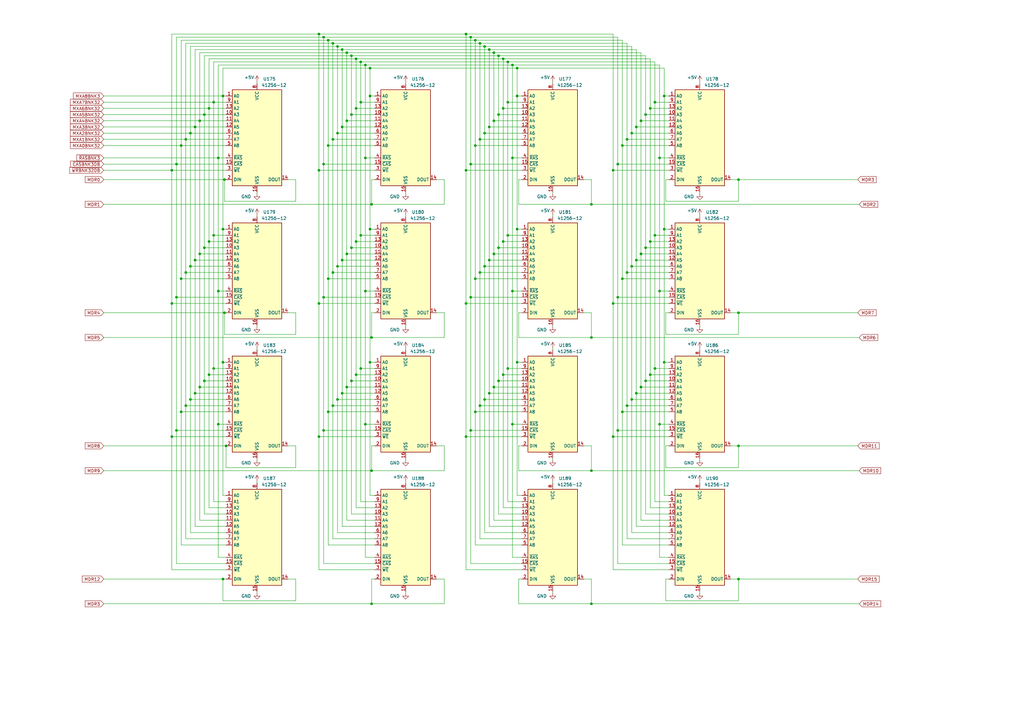
<source format=kicad_sch>
(kicad_sch (version 20211123) (generator eeschema)
  (paper "A3")
  (lib_symbols
    (symbol "power:+5V" (power) (pin_names (offset 0))
      (property "Value" "+5V" (at 0 3.556 0))
      (symbol "+5V_0_1"
        (polyline (pts (xy -0.762 1.27) (xy 0 2.54)))
        (polyline (pts (xy 0 0) (xy 0 2.54)))
        (polyline (pts (xy 0 2.54) (xy 0.762 1.27)))
      )
      (symbol "+5V_1_1"
        (pin power_in line (at 0 0 90) (length 0) hide (name "+5V") (number "1"))
      )
    )
    (symbol "power:GND" (power) (pin_names (offset 0))
      (property "Value" "GND" (at 0 -3.81 0))
      (symbol "GND_0_1"
        (polyline (pts (xy 0 0) (xy 0 -1.27) (xy 1.27 -1.27) (xy 0 -2.54) (xy -1.27 -1.27) (xy 0 -1.27)))
      )
      (symbol "GND_1_1"
        (pin power_in line (at 0 0 270) (length 0) hide (name "GND") (number "1"))
      )
    )
    (symbol "x37:41256"
      (property "Reference" "U" (at -10.16 26.035 0))
      (property "Value" "41256" (at 2.54 26.035 0))
      (symbol "41256_0_0"
        (pin power_in line (at 0 -16.51 90) (length 2.54) (name "VSS") (number "16"))
        (pin power_in line (at 0 27.94 270) (length 2.54) (name "VCC") (number "8"))
      )
      (symbol "41256_0_1"
        (rectangle (start -10.16 25.4) (end 10.16 -13.97) (stroke (width 0.254)) (fill (type background)))
      )
      (symbol "41256_1_1"
        (pin input line (at -12.7 22.86 0) (length 2.54) (name "A0") (number "1"))
        (pin input line (at -12.7 15.24 0) (length 2.54) (name "A3") (number "10"))
        (pin input line (at -12.7 12.7 0) (length 2.54) (name "A4") (number "11"))
        (pin input line (at -12.7 10.16 0) (length 2.54) (name "A5") (number "12"))
        (pin input line (at -12.7 17.78 0) (length 2.54) (name "A2") (number "13"))
        (pin tri_state line (at 12.7 -11.43 180) (length 2.54) (name "DOUT") (number "14"))
        (pin input line (at -12.7 -5.08 0) (length 2.54) (name "~{CAS}") (number "15"))
        (pin tri_state line (at -12.7 -11.43 0) (length 2.54) (name "DIN") (number "2"))
        (pin input line (at -12.7 -7.62 0) (length 2.54) (name "~{WE}") (number "3"))
        (pin input line (at -12.7 -2.54 0) (length 2.54) (name "~{RAS}") (number "4"))
        (pin input line (at -12.7 2.54 0) (length 2.54) (name "A8") (number "5"))
        (pin input line (at -12.7 7.62 0) (length 2.54) (name "A6") (number "6"))
        (pin input line (at -12.7 5.08 0) (length 2.54) (name "A7") (number "7"))
        (pin input line (at -12.7 20.32 0) (length 2.54) (name "A1") (number "9"))
      )
    )
  )
  (junction (at 147.955 151.13))
  (junction (at 191.135 124.46))
  (junction (at 151.765 27.94))
  (junction (at 202.565 21.59))
  (junction (at 130.81 124.46))
  (junction (at 194.945 168.91))
  (junction (at 70.485 69.85))
  (junction (at 251.46 179.07))
  (junction (at 134.62 168.91))
  (junction (at 89.535 173.99))
  (junction (at 200.66 106.68))
  (junction (at 151.765 93.98))
  (junction (at 144.145 156.21))
  (junction (at 83.82 156.21))
  (junction (at 78.105 109.22))
  (junction (at 253.365 176.53))
  (junction (at 193.04 67.31))
  (junction (at 260.985 106.68))
  (junction (at 146.05 153.67))
  (junction (at 130.81 179.07))
  (junction (at 136.525 57.15))
  (junction (at 147.955 96.52))
  (junction (at 146.05 99.06))
  (junction (at 193.04 15.24))
  (junction (at 74.295 59.69))
  (junction (at 85.725 44.45))
  (junction (at 72.39 67.31))
  (junction (at 262.89 49.53))
  (junction (at 87.63 151.13))
  (junction (at 212.09 148.59))
  (junction (at 264.795 46.99))
  (junction (at 134.62 114.3))
  (junction (at 259.08 54.61))
  (junction (at 146.05 24.13))
  (junction (at 270.51 173.99))
  (junction (at 130.81 69.85))
  (junction (at 191.135 69.85))
  (junction (at 92.71 182.88))
  (junction (at 208.28 41.91))
  (junction (at 270.51 64.77))
  (junction (at 91.44 148.59))
  (junction (at 210.185 26.67))
  (junction (at 206.375 153.67))
  (junction (at 70.485 124.46))
  (junction (at 87.63 96.52))
  (junction (at 144.145 101.6))
  (junction (at 138.43 54.61))
  (junction (at 266.7 99.06))
  (junction (at 200.66 52.07))
  (junction (at 76.2 57.15))
  (junction (at 202.565 158.75))
  (junction (at 76.2 111.76))
  (junction (at 72.39 121.92))
  (junction (at 194.945 114.3))
  (junction (at 149.86 26.67))
  (junction (at 266.7 44.45))
  (junction (at 259.08 163.83))
  (junction (at 242.57 247.65))
  (junction (at 253.365 121.92))
  (junction (at 196.85 57.15))
  (junction (at 208.28 151.13))
  (junction (at 206.375 44.45))
  (junction (at 257.175 111.76))
  (junction (at 200.66 161.29))
  (junction (at 76.2 166.37))
  (junction (at 212.09 39.37))
  (junction (at 208.28 96.52))
  (junction (at 262.89 104.14))
  (junction (at 242.57 138.43))
  (junction (at 262.89 158.75))
  (junction (at 204.47 156.21))
  (junction (at 194.945 59.69))
  (junction (at 204.47 101.6))
  (junction (at 151.765 39.37))
  (junction (at 85.725 99.06))
  (junction (at 91.44 93.98))
  (junction (at 70.485 179.07))
  (junction (at 198.755 19.05))
  (junction (at 81.915 158.75))
  (junction (at 302.895 128.27))
  (junction (at 138.43 109.22))
  (junction (at 149.86 119.38))
  (junction (at 200.66 20.32))
  (junction (at 142.24 104.14))
  (junction (at 212.09 93.98))
  (junction (at 136.525 111.76))
  (junction (at 204.47 22.86))
  (junction (at 142.24 49.53))
  (junction (at 78.105 163.83))
  (junction (at 204.47 46.99))
  (junction (at 140.335 106.68))
  (junction (at 272.415 93.98))
  (junction (at 132.715 176.53))
  (junction (at 264.795 156.21))
  (junction (at 80.01 106.68))
  (junction (at 196.85 166.37))
  (junction (at 138.43 163.83))
  (junction (at 80.01 161.29))
  (junction (at 140.335 20.32))
  (junction (at 196.85 111.76))
  (junction (at 134.62 59.69))
  (junction (at 210.185 173.99))
  (junction (at 242.57 83.82))
  (junction (at 132.715 67.31))
  (junction (at 81.915 49.53))
  (junction (at 74.295 168.91))
  (junction (at 198.755 163.83))
  (junction (at 251.46 69.85))
  (junction (at 130.81 13.97))
  (junction (at 194.945 16.51))
  (junction (at 259.08 109.22))
  (junction (at 264.795 101.6))
  (junction (at 149.86 64.77))
  (junction (at 202.565 49.53))
  (junction (at 147.955 25.4))
  (junction (at 81.915 104.14))
  (junction (at 191.135 13.97))
  (junction (at 144.145 46.99))
  (junction (at 132.715 15.24))
  (junction (at 206.375 99.06))
  (junction (at 152.4 138.43))
  (junction (at 196.85 17.78))
  (junction (at 257.175 57.15))
  (junction (at 198.755 109.22))
  (junction (at 253.365 67.31))
  (junction (at 255.27 114.3))
  (junction (at 92.075 128.27))
  (junction (at 208.28 25.4))
  (junction (at 83.82 46.99))
  (junction (at 152.4 83.82))
  (junction (at 302.895 182.88))
  (junction (at 260.985 52.07))
  (junction (at 191.135 179.07))
  (junction (at 206.375 24.13))
  (junction (at 140.335 52.07))
  (junction (at 136.525 166.37))
  (junction (at 266.7 153.67))
  (junction (at 193.04 121.92))
  (junction (at 255.27 168.91))
  (junction (at 85.725 153.67))
  (junction (at 257.175 166.37))
  (junction (at 202.565 104.14))
  (junction (at 132.715 121.92))
  (junction (at 251.46 124.46))
  (junction (at 272.415 148.59))
  (junction (at 89.535 119.38))
  (junction (at 146.05 44.45))
  (junction (at 260.985 161.29))
  (junction (at 255.27 59.69))
  (junction (at 134.62 16.51))
  (junction (at 210.185 119.38))
  (junction (at 78.105 54.61))
  (junction (at 74.295 114.3))
  (junction (at 92.075 73.66))
  (junction (at 136.525 17.78))
  (junction (at 210.185 64.77))
  (junction (at 268.605 151.13))
  (junction (at 138.43 19.05))
  (junction (at 302.895 237.49))
  (junction (at 272.415 39.37))
  (junction (at 147.955 41.91))
  (junction (at 80.01 52.07))
  (junction (at 268.605 96.52))
  (junction (at 212.09 27.94))
  (junction (at 151.765 148.59))
  (junction (at 140.335 161.29))
  (junction (at 91.44 237.49))
  (junction (at 144.145 22.86))
  (junction (at 142.24 158.75))
  (junction (at 83.82 101.6))
  (junction (at 142.24 21.59))
  (junction (at 152.4 247.65))
  (junction (at 270.51 119.38))
  (junction (at 193.04 176.53))
  (junction (at 91.44 39.37))
  (junction (at 87.63 41.91))
  (junction (at 198.755 54.61))
  (junction (at 152.4 193.04))
  (junction (at 302.895 73.66))
  (junction (at 89.535 64.77))
  (junction (at 149.86 173.99))
  (junction (at 242.57 193.04))
  (junction (at 72.39 176.53))
  (junction (at 268.605 41.91))
  (wire (pts (xy 91.44 148.59) (xy 92.71 148.59)))
  (wire (pts (xy 212.725 247.65) (xy 242.57 247.65)))
  (wire (pts (xy 140.335 52.07) (xy 140.335 106.68)))
  (wire (pts (xy 153.67 67.31) (xy 132.715 67.31)))
  (wire (pts (xy 204.47 46.99) (xy 204.47 101.6)))
  (wire (pts (xy 266.7 153.67) (xy 266.7 208.28)))
  (wire (pts (xy 242.57 128.27) (xy 239.395 128.27)))
  (wire (pts (xy 70.485 179.07) (xy 70.485 124.46)))
  (wire (pts (xy 204.47 156.21) (xy 204.47 210.82)))
  (wire (pts (xy 274.32 228.6) (xy 270.51 228.6)))
  (wire (pts (xy 200.66 161.29) (xy 200.66 215.9)))
  (wire (pts (xy 193.04 67.31) (xy 193.04 15.24)))
  (wire (pts (xy 226.695 33.655) (xy 226.695 34.29)))
  (wire (pts (xy 268.605 151.13) (xy 268.605 205.74)))
  (wire (pts (xy 260.985 106.68) (xy 260.985 161.29)))
  (wire (pts (xy 147.955 151.13) (xy 153.67 151.13)))
  (wire (pts (xy 206.375 24.13) (xy 266.7 24.13)))
  (wire (pts (xy 105.41 33.655) (xy 105.41 34.29)))
  (wire (pts (xy 105.41 142.875) (xy 105.41 143.51)))
  (wire (pts (xy 182.245 182.88) (xy 182.245 193.04)))
  (wire (pts (xy 253.365 67.31) (xy 253.365 121.92)))
  (wire (pts (xy 194.945 16.51) (xy 255.27 16.51)))
  (wire (pts (xy 213.995 64.77) (xy 210.185 64.77)))
  (wire (pts (xy 200.66 161.29) (xy 213.995 161.29)))
  (wire (pts (xy 91.44 27.94) (xy 151.765 27.94)))
  (wire (pts (xy 212.725 193.04) (xy 242.57 193.04)))
  (wire (pts (xy 302.895 73.66) (xy 299.72 73.66)))
  (wire (pts (xy 204.47 101.6) (xy 213.995 101.6)))
  (wire (pts (xy 166.37 33.655) (xy 166.37 34.29)))
  (wire (pts (xy 274.32 39.37) (xy 272.415 39.37)))
  (wire (pts (xy 210.185 119.38) (xy 210.185 173.99)))
  (wire (pts (xy 121.285 191.77) (xy 121.285 182.88)))
  (wire (pts (xy 91.44 93.98) (xy 91.44 148.59)))
  (wire (pts (xy 72.39 67.31) (xy 72.39 15.24)))
  (wire (pts (xy 78.105 218.44) (xy 92.71 218.44)))
  (wire (pts (xy 151.765 148.59) (xy 151.765 203.2)))
  (wire (pts (xy 274.32 153.67) (xy 266.7 153.67)))
  (wire (pts (xy 121.285 182.88) (xy 118.11 182.88)))
  (wire (pts (xy 266.7 99.06) (xy 266.7 153.67)))
  (wire (pts (xy 153.67 231.14) (xy 132.715 231.14)))
  (wire (pts (xy 274.32 109.22) (xy 259.08 109.22)))
  (wire (pts (xy 85.725 153.67) (xy 85.725 208.28)))
  (wire (pts (xy 153.67 44.45) (xy 146.05 44.45)))
  (wire (pts (xy 268.605 41.91) (xy 268.605 96.52)))
  (wire (pts (xy 270.51 64.77) (xy 270.51 26.67)))
  (wire (pts (xy 105.41 78.74) (xy 105.41 79.375)))
  (wire (pts (xy 193.04 67.31) (xy 193.04 121.92)))
  (wire (pts (xy 91.44 246.38) (xy 121.285 246.38)))
  (wire (pts (xy 260.985 161.29) (xy 274.32 161.29)))
  (wire (pts (xy 226.695 187.96) (xy 226.695 188.595)))
  (wire (pts (xy 92.075 128.27) (xy 92.71 128.27)))
  (wire (pts (xy 70.485 233.68) (xy 92.71 233.68)))
  (wire (pts (xy 287.02 187.96) (xy 287.02 188.595)))
  (wire (pts (xy 153.67 237.49) (xy 152.4 237.49)))
  (wire (pts (xy 166.37 142.875) (xy 166.37 143.51)))
  (wire (pts (xy 140.335 161.29) (xy 140.335 215.9)))
  (wire (pts (xy 255.27 168.91) (xy 255.27 223.52)))
  (wire (pts (xy 72.39 231.14) (xy 92.71 231.14)))
  (wire (pts (xy 212.09 39.37) (xy 212.09 27.94)))
  (wire (pts (xy 212.09 93.98) (xy 212.09 148.59)))
  (wire (pts (xy 274.32 114.3) (xy 255.27 114.3)))
  (wire (pts (xy 136.525 17.78) (xy 196.85 17.78)))
  (wire (pts (xy 138.43 109.22) (xy 138.43 163.83)))
  (wire (pts (xy 76.2 220.98) (xy 92.71 220.98)))
  (wire (pts (xy 92.71 182.88) (xy 92.71 191.77)))
  (wire (pts (xy 72.39 121.92) (xy 72.39 176.53)))
  (wire (pts (xy 274.32 182.88) (xy 273.05 182.88)))
  (wire (pts (xy 264.795 156.21) (xy 274.32 156.21)))
  (wire (pts (xy 204.47 22.86) (xy 264.795 22.86)))
  (wire (pts (xy 130.81 179.07) (xy 153.67 179.07)))
  (wire (pts (xy 146.05 44.45) (xy 146.05 99.06)))
  (wire (pts (xy 153.67 121.92) (xy 132.715 121.92)))
  (wire (pts (xy 255.27 59.69) (xy 255.27 16.51)))
  (wire (pts (xy 74.295 114.3) (xy 92.71 114.3)))
  (wire (pts (xy 78.105 54.61) (xy 78.105 19.05)))
  (wire (pts (xy 202.565 21.59) (xy 262.89 21.59)))
  (wire (pts (xy 81.915 213.36) (xy 92.71 213.36)))
  (wire (pts (xy 121.285 237.49) (xy 118.11 237.49)))
  (wire (pts (xy 274.32 218.44) (xy 259.08 218.44)))
  (wire (pts (xy 92.075 137.16) (xy 121.285 137.16)))
  (wire (pts (xy 136.525 17.78) (xy 136.525 57.15)))
  (wire (pts (xy 287.02 197.485) (xy 287.02 198.12)))
  (wire (pts (xy 74.295 168.91) (xy 74.295 223.52)))
  (wire (pts (xy 273.05 128.27) (xy 273.05 137.16)))
  (wire (pts (xy 213.995 128.27) (xy 212.725 128.27)))
  (wire (pts (xy 153.67 119.38) (xy 149.86 119.38)))
  (wire (pts (xy 352.425 83.82) (xy 242.57 83.82)))
  (wire (pts (xy 144.145 210.82) (xy 153.67 210.82)))
  (wire (pts (xy 202.565 49.53) (xy 202.565 104.14)))
  (wire (pts (xy 70.485 69.85) (xy 92.71 69.85)))
  (wire (pts (xy 153.67 104.14) (xy 142.24 104.14)))
  (wire (pts (xy 212.725 73.66) (xy 212.725 83.82)))
  (wire (pts (xy 136.525 57.15) (xy 153.67 57.15)))
  (wire (pts (xy 83.82 46.99) (xy 83.82 101.6)))
  (wire (pts (xy 74.295 223.52) (xy 92.71 223.52)))
  (wire (pts (xy 121.285 82.55) (xy 121.285 73.66)))
  (wire (pts (xy 191.135 124.46) (xy 213.995 124.46)))
  (wire (pts (xy 152.4 83.82) (xy 182.245 83.82)))
  (wire (pts (xy 153.67 182.88) (xy 152.4 182.88)))
  (wire (pts (xy 80.01 20.32) (xy 140.335 20.32)))
  (wire (pts (xy 182.245 182.88) (xy 179.07 182.88)))
  (wire (pts (xy 213.995 54.61) (xy 198.755 54.61)))
  (wire (pts (xy 42.545 41.91) (xy 87.63 41.91)))
  (wire (pts (xy 144.145 156.21) (xy 153.67 156.21)))
  (wire (pts (xy 212.09 148.59) (xy 212.09 203.2)))
  (wire (pts (xy 80.01 161.29) (xy 92.71 161.29)))
  (wire (pts (xy 89.535 173.99) (xy 89.535 228.6)))
  (wire (pts (xy 200.66 52.07) (xy 213.995 52.07)))
  (wire (pts (xy 142.24 49.53) (xy 142.24 21.59)))
  (wire (pts (xy 351.79 73.66) (xy 302.895 73.66)))
  (wire (pts (xy 194.945 59.69) (xy 194.945 16.51)))
  (wire (pts (xy 268.605 25.4) (xy 268.605 41.91)))
  (wire (pts (xy 262.89 104.14) (xy 262.89 158.75)))
  (wire (pts (xy 251.46 13.97) (xy 251.46 69.85)))
  (wire (pts (xy 138.43 54.61) (xy 138.43 109.22)))
  (wire (pts (xy 253.365 121.92) (xy 253.365 176.53)))
  (wire (pts (xy 83.82 210.82) (xy 92.71 210.82)))
  (wire (pts (xy 274.32 64.77) (xy 270.51 64.77)))
  (wire (pts (xy 259.08 109.22) (xy 259.08 163.83)))
  (wire (pts (xy 153.67 39.37) (xy 151.765 39.37)))
  (wire (pts (xy 255.27 114.3) (xy 255.27 168.91)))
  (wire (pts (xy 287.02 242.57) (xy 287.02 243.205)))
  (wire (pts (xy 206.375 44.45) (xy 206.375 99.06)))
  (wire (pts (xy 153.67 208.28) (xy 146.05 208.28)))
  (wire (pts (xy 153.67 73.66) (xy 152.4 73.66)))
  (wire (pts (xy 196.85 111.76) (xy 213.995 111.76)))
  (wire (pts (xy 76.2 17.78) (xy 136.525 17.78)))
  (wire (pts (xy 130.81 233.68) (xy 153.67 233.68)))
  (wire (pts (xy 213.995 218.44) (xy 198.755 218.44)))
  (wire (pts (xy 92.71 191.77) (xy 121.285 191.77)))
  (wire (pts (xy 266.7 44.45) (xy 266.7 99.06)))
  (wire (pts (xy 72.39 176.53) (xy 92.71 176.53)))
  (wire (pts (xy 153.67 203.2) (xy 151.765 203.2)))
  (wire (pts (xy 81.915 49.53) (xy 81.915 104.14)))
  (wire (pts (xy 257.175 111.76) (xy 274.32 111.76)))
  (wire (pts (xy 196.85 111.76) (xy 196.85 166.37)))
  (wire (pts (xy 260.985 106.68) (xy 274.32 106.68)))
  (wire (pts (xy 87.63 41.91) (xy 92.71 41.91)))
  (wire (pts (xy 85.725 24.13) (xy 85.725 44.45)))
  (wire (pts (xy 273.05 191.77) (xy 302.895 191.77)))
  (wire (pts (xy 74.295 59.69) (xy 74.295 114.3)))
  (wire (pts (xy 208.28 151.13) (xy 213.995 151.13)))
  (wire (pts (xy 257.175 111.76) (xy 257.175 166.37)))
  (wire (pts (xy 83.82 156.21) (xy 83.82 210.82)))
  (wire (pts (xy 196.85 220.98) (xy 213.995 220.98)))
  (wire (pts (xy 242.57 73.66) (xy 239.395 73.66)))
  (wire (pts (xy 213.995 228.6) (xy 210.185 228.6)))
  (wire (pts (xy 242.57 182.88) (xy 242.57 193.04)))
  (wire (pts (xy 352.425 138.43) (xy 242.57 138.43)))
  (wire (pts (xy 130.81 69.85) (xy 153.67 69.85)))
  (wire (pts (xy 200.66 106.68) (xy 200.66 161.29)))
  (wire (pts (xy 42.545 59.69) (xy 74.295 59.69)))
  (wire (pts (xy 302.895 137.16) (xy 302.895 128.27)))
  (wire (pts (xy 202.565 104.14) (xy 202.565 158.75)))
  (wire (pts (xy 80.01 106.68) (xy 92.71 106.68)))
  (wire (pts (xy 251.46 69.85) (xy 251.46 124.46)))
  (wire (pts (xy 206.375 44.45) (xy 206.375 24.13)))
  (wire (pts (xy 274.32 213.36) (xy 262.89 213.36)))
  (wire (pts (xy 80.01 106.68) (xy 80.01 161.29)))
  (wire (pts (xy 121.285 246.38) (xy 121.285 237.49)))
  (wire (pts (xy 42.545 67.31) (xy 72.39 67.31)))
  (wire (pts (xy 213.995 148.59) (xy 212.09 148.59)))
  (wire (pts (xy 268.605 151.13) (xy 274.32 151.13)))
  (wire (pts (xy 147.955 151.13) (xy 147.955 205.74)))
  (wire (pts (xy 182.245 73.66) (xy 182.245 83.82)))
  (wire (pts (xy 302.895 128.27) (xy 299.72 128.27)))
  (wire (pts (xy 92.075 82.55) (xy 121.285 82.55)))
  (wire (pts (xy 70.485 124.46) (xy 70.485 69.85)))
  (wire (pts (xy 251.46 233.68) (xy 274.32 233.68)))
  (wire (pts (xy 191.135 233.68) (xy 213.995 233.68)))
  (wire (pts (xy 302.895 246.38) (xy 302.895 237.49)))
  (wire (pts (xy 272.415 148.59) (xy 272.415 203.2)))
  (wire (pts (xy 153.67 176.53) (xy 132.715 176.53)))
  (wire (pts (xy 213.995 158.75) (xy 202.565 158.75)))
  (wire (pts (xy 274.32 231.14) (xy 253.365 231.14)))
  (wire (pts (xy 80.01 161.29) (xy 80.01 215.9)))
  (wire (pts (xy 78.105 163.83) (xy 92.71 163.83)))
  (wire (pts (xy 251.46 179.07) (xy 274.32 179.07)))
  (wire (pts (xy 92.075 73.66) (xy 92.075 82.55)))
  (wire (pts (xy 142.24 104.14) (xy 142.24 158.75)))
  (wire (pts (xy 257.175 166.37) (xy 257.175 220.98)))
  (wire (pts (xy 270.51 173.99) (xy 270.51 228.6)))
  (wire (pts (xy 153.67 114.3) (xy 134.62 114.3)))
  (wire (pts (xy 274.32 119.38) (xy 270.51 119.38)))
  (wire (pts (xy 274.32 128.27) (xy 273.05 128.27)))
  (wire (pts (xy 136.525 166.37) (xy 136.525 220.98)))
  (wire (pts (xy 264.795 22.86) (xy 264.795 46.99)))
  (wire (pts (xy 191.135 69.85) (xy 191.135 124.46)))
  (wire (pts (xy 85.725 208.28) (xy 92.71 208.28)))
  (wire (pts (xy 85.725 44.45) (xy 92.71 44.45)))
  (wire (pts (xy 206.375 153.67) (xy 206.375 208.28)))
  (wire (pts (xy 287.02 33.655) (xy 287.02 34.29)))
  (wire (pts (xy 208.28 25.4) (xy 268.605 25.4)))
  (wire (pts (xy 91.44 93.98) (xy 92.71 93.98)))
  (wire (pts (xy 287.02 78.74) (xy 287.02 79.375)))
  (wire (pts (xy 153.67 218.44) (xy 138.43 218.44)))
  (wire (pts (xy 87.63 151.13) (xy 87.63 205.74)))
  (wire (pts (xy 42.545 64.77) (xy 89.535 64.77)))
  (wire (pts (xy 136.525 57.15) (xy 136.525 111.76)))
  (wire (pts (xy 87.63 151.13) (xy 92.71 151.13)))
  (wire (pts (xy 274.32 148.59) (xy 272.415 148.59)))
  (wire (pts (xy 42.545 73.66) (xy 92.075 73.66)))
  (wire (pts (xy 130.81 13.97) (xy 130.81 69.85)))
  (wire (pts (xy 105.41 242.57) (xy 105.41 243.205)))
  (wire (pts (xy 226.695 133.35) (xy 226.695 133.985)))
  (wire (pts (xy 89.535 173.99) (xy 92.71 173.99)))
  (wire (pts (xy 76.2 57.15) (xy 76.2 111.76)))
  (wire (pts (xy 212.09 39.37) (xy 212.09 93.98)))
  (wire (pts (xy 273.05 246.38) (xy 302.895 246.38)))
  (wire (pts (xy 132.715 176.53) (xy 132.715 231.14)))
  (wire (pts (xy 152.4 138.43) (xy 182.245 138.43)))
  (wire (pts (xy 208.28 41.91) (xy 213.995 41.91)))
  (wire (pts (xy 270.51 119.38) (xy 270.51 173.99)))
  (wire (pts (xy 121.285 73.66) (xy 118.11 73.66)))
  (wire (pts (xy 255.27 59.69) (xy 255.27 114.3)))
  (wire (pts (xy 259.08 19.05) (xy 198.755 19.05)))
  (wire (pts (xy 196.85 166.37) (xy 213.995 166.37)))
  (wire (pts (xy 274.32 237.49) (xy 273.05 237.49)))
  (wire (pts (xy 76.2 17.78) (xy 76.2 57.15)))
  (wire (pts (xy 251.46 69.85) (xy 274.32 69.85)))
  (wire (pts (xy 302.895 182.88) (xy 299.72 182.88)))
  (wire (pts (xy 191.135 124.46) (xy 191.135 179.07)))
  (wire (pts (xy 153.67 153.67) (xy 146.05 153.67)))
  (wire (pts (xy 194.945 114.3) (xy 194.945 168.91)))
  (wire (pts (xy 152.4 193.04) (xy 182.245 193.04)))
  (wire (pts (xy 272.415 39.37) (xy 272.415 93.98)))
  (wire (pts (xy 274.32 93.98) (xy 272.415 93.98)))
  (wire (pts (xy 242.57 237.49) (xy 242.57 247.65)))
  (wire (pts (xy 92.075 73.66) (xy 92.71 73.66)))
  (wire (pts (xy 151.765 39.37) (xy 151.765 93.98)))
  (wire (pts (xy 274.32 208.28) (xy 266.7 208.28)))
  (wire (pts (xy 253.365 67.31) (xy 253.365 15.24)))
  (wire (pts (xy 153.67 173.99) (xy 149.86 173.99)))
  (wire (pts (xy 147.955 96.52) (xy 147.955 151.13)))
  (wire (pts (xy 259.08 54.61) (xy 259.08 109.22)))
  (wire (pts (xy 132.715 67.31) (xy 132.715 15.24)))
  (wire (pts (xy 85.725 99.06) (xy 85.725 153.67)))
  (wire (pts (xy 208.28 96.52) (xy 213.995 96.52)))
  (wire (pts (xy 212.725 138.43) (xy 242.57 138.43)))
  (wire (pts (xy 144.145 22.86) (xy 204.47 22.86)))
  (wire (pts (xy 147.955 41.91) (xy 153.67 41.91)))
  (wire (pts (xy 200.66 52.07) (xy 200.66 106.68)))
  (wire (pts (xy 351.79 128.27) (xy 302.895 128.27)))
  (wire (pts (xy 153.67 99.06) (xy 146.05 99.06)))
  (wire (pts (xy 242.57 237.49) (xy 239.395 237.49)))
  (wire (pts (xy 262.89 21.59) (xy 262.89 49.53)))
  (wire (pts (xy 153.67 128.27) (xy 152.4 128.27)))
  (wire (pts (xy 42.545 69.85) (xy 70.485 69.85)))
  (wire (pts (xy 130.81 124.46) (xy 153.67 124.46)))
  (wire (pts (xy 70.485 124.46) (xy 92.71 124.46)))
  (wire (pts (xy 196.85 57.15) (xy 213.995 57.15)))
  (wire (pts (xy 273.05 237.49) (xy 273.05 246.38)))
  (wire (pts (xy 87.63 41.91) (xy 87.63 25.4)))
  (wire (pts (xy 213.995 49.53) (xy 202.565 49.53)))
  (wire (pts (xy 153.67 158.75) (xy 142.24 158.75)))
  (wire (pts (xy 274.32 73.66) (xy 273.05 73.66)))
  (wire (pts (xy 287.02 142.875) (xy 287.02 143.51)))
  (wire (pts (xy 182.245 128.27) (xy 182.245 138.43)))
  (wire (pts (xy 83.82 22.86) (xy 144.145 22.86)))
  (wire (pts (xy 191.135 69.85) (xy 213.995 69.85)))
  (wire (pts (xy 91.44 237.49) (xy 91.44 246.38)))
  (wire (pts (xy 140.335 161.29) (xy 153.67 161.29)))
  (wire (pts (xy 83.82 156.21) (xy 92.71 156.21)))
  (wire (pts (xy 153.67 163.83) (xy 138.43 163.83)))
  (wire (pts (xy 287.02 88.265) (xy 287.02 88.9)))
  (wire (pts (xy 89.535 26.67) (xy 89.535 64.77)))
  (wire (pts (xy 264.795 46.99) (xy 264.795 101.6)))
  (wire (pts (xy 76.2 166.37) (xy 92.71 166.37)))
  (wire (pts (xy 198.755 54.61) (xy 198.755 109.22)))
  (wire (pts (xy 212.725 83.82) (xy 242.57 83.82)))
  (wire (pts (xy 166.37 133.35) (xy 166.37 133.985)))
  (wire (pts (xy 274.32 44.45) (xy 266.7 44.45)))
  (wire (pts (xy 81.915 158.75) (xy 92.71 158.75)))
  (wire (pts (xy 146.05 24.13) (xy 206.375 24.13)))
  (wire (pts (xy 255.27 59.69) (xy 274.32 59.69)))
  (wire (pts (xy 257.175 57.15) (xy 274.32 57.15)))
  (wire (pts (xy 196.85 17.78) (xy 257.175 17.78)))
  (wire (pts (xy 213.995 168.91) (xy 194.945 168.91)))
  (wire (pts (xy 226.695 88.265) (xy 226.695 88.9)))
  (wire (pts (xy 200.66 215.9) (xy 213.995 215.9)))
  (wire (pts (xy 83.82 22.86) (xy 83.82 46.99)))
  (wire (pts (xy 213.995 114.3) (xy 194.945 114.3)))
  (wire (pts (xy 144.145 101.6) (xy 153.67 101.6)))
  (wire (pts (xy 140.335 215.9) (xy 153.67 215.9)))
  (wire (pts (xy 213.995 213.36) (xy 202.565 213.36)))
  (wire (pts (xy 136.525 220.98) (xy 153.67 220.98)))
  (wire (pts (xy 42.545 247.65) (xy 152.4 247.65)))
  (wire (pts (xy 147.955 25.4) (xy 147.955 41.91)))
  (wire (pts (xy 153.67 93.98) (xy 151.765 93.98)))
  (wire (pts (xy 242.57 182.88) (xy 239.395 182.88)))
  (wire (pts (xy 210.185 64.77) (xy 210.185 26.67)))
  (wire (pts (xy 274.32 168.91) (xy 255.27 168.91)))
  (wire (pts (xy 149.86 64.77) (xy 149.86 26.67)))
  (wire (pts (xy 257.175 220.98) (xy 274.32 220.98)))
  (wire (pts (xy 270.51 64.77) (xy 270.51 119.38)))
  (wire (pts (xy 81.915 104.14) (xy 81.915 158.75)))
  (wire (pts (xy 213.995 176.53) (xy 193.04 176.53)))
  (wire (pts (xy 83.82 101.6) (xy 92.71 101.6)))
  (wire (pts (xy 89.535 64.77) (xy 92.71 64.77)))
  (wire (pts (xy 147.955 96.52) (xy 153.67 96.52)))
  (wire (pts (xy 138.43 163.83) (xy 138.43 218.44)))
  (wire (pts (xy 105.41 88.265) (xy 105.41 88.9)))
  (wire (pts (xy 87.63 96.52) (xy 87.63 151.13)))
  (wire (pts (xy 302.895 191.77) (xy 302.895 182.88)))
  (wire (pts (xy 210.185 26.67) (xy 149.86 26.67)))
  (wire (pts (xy 259.08 163.83) (xy 259.08 218.44)))
  (wire (pts (xy 198.755 54.61) (xy 198.755 19.05)))
  (wire (pts (xy 273.05 137.16) (xy 302.895 137.16)))
  (wire (pts (xy 212.725 237.49) (xy 212.725 247.65)))
  (wire (pts (xy 144.145 101.6) (xy 144.145 156.21)))
  (wire (pts (xy 206.375 99.06) (xy 206.375 153.67)))
  (wire (pts (xy 147.955 41.91) (xy 147.955 96.52)))
  (wire (pts (xy 42.545 39.37) (xy 91.44 39.37)))
  (wire (pts (xy 42.545 44.45) (xy 85.725 44.45)))
  (wire (pts (xy 149.86 119.38) (xy 149.86 173.99)))
  (wire (pts (xy 136.525 111.76) (xy 153.67 111.76)))
  (wire (pts (xy 213.995 73.66) (xy 212.725 73.66)))
  (wire (pts (xy 200.66 106.68) (xy 213.995 106.68)))
  (wire (pts (xy 42.545 193.04) (xy 152.4 193.04)))
  (wire (pts (xy 272.415 93.98) (xy 272.415 148.59)))
  (wire (pts (xy 166.37 78.74) (xy 166.37 79.375)))
  (wire (pts (xy 153.67 59.69) (xy 134.62 59.69)))
  (wire (pts (xy 242.57 128.27) (xy 242.57 138.43)))
  (wire (pts (xy 200.66 20.32) (xy 200.66 52.07)))
  (wire (pts (xy 287.02 133.35) (xy 287.02 133.985)))
  (wire (pts (xy 76.2 111.76) (xy 76.2 166.37)))
  (wire (pts (xy 200.66 20.32) (xy 260.985 20.32)))
  (wire (pts (xy 166.37 197.485) (xy 166.37 198.12)))
  (wire (pts (xy 70.485 179.07) (xy 92.71 179.07)))
  (wire (pts (xy 105.41 133.35) (xy 105.41 133.985)))
  (wire (pts (xy 87.63 41.91) (xy 87.63 96.52)))
  (wire (pts (xy 76.2 166.37) (xy 76.2 220.98)))
  (wire (pts (xy 182.245 73.66) (xy 179.07 73.66)))
  (wire (pts (xy 140.335 20.32) (xy 140.335 52.07)))
  (wire (pts (xy 132.715 121.92) (xy 132.715 176.53)))
  (wire (pts (xy 208.28 25.4) (xy 208.28 41.91)))
  (wire (pts (xy 264.795 46.99) (xy 274.32 46.99)))
  (wire (pts (xy 140.335 106.68) (xy 153.67 106.68)))
  (wire (pts (xy 134.62 168.91) (xy 134.62 223.52)))
  (wire (pts (xy 72.39 67.31) (xy 92.71 67.31)))
  (wire (pts (xy 152.4 73.66) (xy 152.4 83.82)))
  (wire (pts (xy 251.46 124.46) (xy 274.32 124.46)))
  (wire (pts (xy 264.795 101.6) (xy 264.795 156.21)))
  (wire (pts (xy 257.175 17.78) (xy 257.175 57.15)))
  (wire (pts (xy 274.32 163.83) (xy 259.08 163.83)))
  (wire (pts (xy 193.04 15.24) (xy 253.365 15.24)))
  (wire (pts (xy 70.485 13.97) (xy 130.81 13.97)))
  (wire (pts (xy 152.4 247.65) (xy 182.245 247.65)))
  (wire (pts (xy 153.67 49.53) (xy 142.24 49.53)))
  (wire (pts (xy 264.795 156.21) (xy 264.795 210.82)))
  (wire (pts (xy 204.47 101.6) (xy 204.47 156.21)))
  (wire (pts (xy 204.47 46.99) (xy 213.995 46.99)))
  (wire (pts (xy 264.795 210.82) (xy 274.32 210.82)))
  (wire (pts (xy 80.01 215.9) (xy 92.71 215.9)))
  (wire (pts (xy 194.945 168.91) (xy 194.945 223.52)))
  (wire (pts (xy 80.01 20.32) (xy 80.01 52.07)))
  (wire (pts (xy 351.79 237.49) (xy 302.895 237.49)))
  (wire (pts (xy 76.2 57.15) (xy 92.71 57.15)))
  (wire (pts (xy 274.32 54.61) (xy 259.08 54.61)))
  (wire (pts (xy 87.63 205.74) (xy 92.71 205.74)))
  (wire (pts (xy 210.185 173.99) (xy 210.185 228.6)))
  (wire (pts (xy 212.09 27.94) (xy 272.415 27.94)))
  (wire (pts (xy 274.32 67.31) (xy 253.365 67.31)))
  (wire (pts (xy 274.32 176.53) (xy 253.365 176.53)))
  (wire (pts (xy 202.565 49.53) (xy 202.565 21.59)))
  (wire (pts (xy 76.2 111.76) (xy 92.71 111.76)))
  (wire (pts (xy 130.81 13.97) (xy 191.135 13.97)))
  (wire (pts (xy 92.075 128.27) (xy 92.075 137.16)))
  (wire (pts (xy 198.755 19.05) (xy 138.43 19.05)))
  (wire (pts (xy 257.175 166.37) (xy 274.32 166.37)))
  (wire (pts (xy 166.37 242.57) (xy 166.37 243.205)))
  (wire (pts (xy 213.995 67.31) (xy 193.04 67.31)))
  (wire (pts (xy 198.755 163.83) (xy 198.755 218.44)))
  (wire (pts (xy 89.535 64.77) (xy 89.535 119.38)))
  (wire (pts (xy 81.915 49.53) (xy 81.915 21.59)))
  (wire (pts (xy 144.145 156.21) (xy 144.145 210.82)))
  (wire (pts (xy 74.295 59.69) (xy 74.295 16.51)))
  (wire (pts (xy 83.82 101.6) (xy 83.82 156.21)))
  (wire (pts (xy 257.175 57.15) (xy 257.175 111.76)))
  (wire (pts (xy 134.62 114.3) (xy 134.62 168.91)))
  (wire (pts (xy 42.545 49.53) (xy 81.915 49.53)))
  (wire (pts (xy 134.62 16.51) (xy 194.945 16.51)))
  (wire (pts (xy 146.05 153.67) (xy 146.05 208.28)))
  (wire (pts (xy 274.32 104.14) (xy 262.89 104.14)))
  (wire (pts (xy 42.545 138.43) (xy 152.4 138.43)))
  (wire (pts (xy 42.545 54.61) (xy 78.105 54.61)))
  (wire (pts (xy 153.67 223.52) (xy 134.62 223.52)))
  (wire (pts (xy 202.565 158.75) (xy 202.565 213.36)))
  (wire (pts (xy 85.725 24.13) (xy 146.05 24.13)))
  (wire (pts (xy 151.765 39.37) (xy 151.765 27.94)))
  (wire (pts (xy 149.86 64.77) (xy 149.86 119.38)))
  (wire (pts (xy 274.32 223.52) (xy 255.27 223.52)))
  (wire (pts (xy 42.545 83.82) (xy 152.4 83.82)))
  (wire (pts (xy 208.28 41.91) (xy 208.28 96.52)))
  (wire (pts (xy 182.245 237.49) (xy 179.07 237.49)))
  (wire (pts (xy 210.185 64.77) (xy 210.185 119.38)))
  (wire (pts (xy 105.41 197.485) (xy 105.41 198.12)))
  (wire (pts (xy 138.43 54.61) (xy 138.43 19.05)))
  (wire (pts (xy 166.37 88.265) (xy 166.37 88.9)))
  (wire (pts (xy 213.995 182.88) (xy 212.725 182.88)))
  (wire (pts (xy 142.24 158.75) (xy 142.24 213.36)))
  (wire (pts (xy 78.105 109.22) (xy 92.71 109.22)))
  (wire (pts (xy 147.955 205.74) (xy 153.67 205.74)))
  (wire (pts (xy 268.605 41.91) (xy 274.32 41.91)))
  (wire (pts (xy 70.485 233.68) (xy 70.485 179.07)))
  (wire (pts (xy 260.985 52.07) (xy 274.32 52.07)))
  (wire (pts (xy 72.39 67.31) (xy 72.39 121.92)))
  (wire (pts (xy 121.285 128.27) (xy 118.11 128.27)))
  (wire (pts (xy 213.995 93.98) (xy 212.09 93.98)))
  (wire (pts (xy 87.63 25.4) (xy 147.955 25.4)))
  (wire (pts (xy 226.695 142.875) (xy 226.695 143.51)))
  (wire (pts (xy 85.725 99.06) (xy 92.71 99.06)))
  (wire (pts (xy 121.285 137.16) (xy 121.285 128.27)))
  (wire (pts (xy 70.485 13.97) (xy 70.485 69.85)))
  (wire (pts (xy 182.245 128.27) (xy 179.07 128.27)))
  (wire (pts (xy 213.995 99.06) (xy 206.375 99.06)))
  (wire (pts (xy 78.105 54.61) (xy 78.105 109.22)))
  (wire (pts (xy 208.28 151.13) (xy 208.28 205.74)))
  (wire (pts (xy 87.63 96.52) (xy 92.71 96.52)))
  (wire (pts (xy 262.89 158.75) (xy 262.89 213.36)))
  (wire (pts (xy 226.695 242.57) (xy 226.695 243.205)))
  (wire (pts (xy 91.44 39.37) (xy 91.44 27.94)))
  (wire (pts (xy 273.05 182.88) (xy 273.05 191.77)))
  (wire (pts (xy 260.985 52.07) (xy 260.985 106.68)))
  (wire (pts (xy 80.01 52.07) (xy 92.71 52.07)))
  (wire (pts (xy 274.32 173.99) (xy 270.51 173.99)))
  (wire (pts (xy 226.695 197.485) (xy 226.695 198.12)))
  (wire (pts (xy 204.47 210.82) (xy 213.995 210.82)))
  (wire (pts (xy 146.05 44.45) (xy 146.05 24.13)))
  (wire (pts (xy 213.995 223.52) (xy 194.945 223.52)))
  (wire (pts (xy 130.81 124.46) (xy 130.81 179.07)))
  (wire (pts (xy 80.01 52.07) (xy 80.01 106.68)))
  (wire (pts (xy 259.08 54.61) (xy 259.08 19.05)))
  (wire (pts (xy 213.995 237.49) (xy 212.725 237.49)))
  (wire (pts (xy 193.04 176.53) (xy 193.04 231.14)))
  (wire (pts (xy 274.32 158.75) (xy 262.89 158.75)))
  (wire (pts (xy 78.105 54.61) (xy 92.71 54.61)))
  (wire (pts (xy 166.37 187.96) (xy 166.37 188.595)))
  (wire (pts (xy 213.995 104.14) (xy 202.565 104.14)))
  (wire (pts (xy 81.915 104.14) (xy 92.71 104.14)))
  (wire (pts (xy 142.24 21.59) (xy 202.565 21.59)))
  (wire (pts (xy 352.425 247.65) (xy 242.57 247.65)))
  (wire (pts (xy 213.995 163.83) (xy 198.755 163.83)))
  (wire (pts (xy 146.05 99.06) (xy 146.05 153.67)))
  (wire (pts (xy 251.46 124.46) (xy 251.46 179.07)))
  (wire (pts (xy 42.545 46.99) (xy 83.82 46.99)))
  (wire (pts (xy 74.295 114.3) (xy 74.295 168.91)))
  (wire (pts (xy 152.4 182.88) (xy 152.4 193.04)))
  (wire (pts (xy 352.425 193.04) (xy 242.57 193.04)))
  (wire (pts (xy 42.545 128.27) (xy 92.075 128.27)))
  (wire (pts (xy 196.85 17.78) (xy 196.85 57.15)))
  (wire (pts (xy 147.955 25.4) (xy 208.28 25.4)))
  (wire (pts (xy 105.41 187.96) (xy 105.41 188.595)))
  (wire (pts (xy 91.44 237.49) (xy 92.71 237.49)))
  (wire (pts (xy 268.605 205.74) (xy 274.32 205.74)))
  (wire (pts (xy 152.4 237.49) (xy 152.4 247.65)))
  (wire (pts (xy 272.415 39.37) (xy 272.415 27.94)))
  (wire (pts (xy 42.545 182.88) (xy 92.71 182.88)))
  (wire (pts (xy 208.28 96.52) (xy 208.28 151.13)))
  (wire (pts (xy 89.535 228.6) (xy 92.71 228.6)))
  (wire (pts (xy 152.4 128.27) (xy 152.4 138.43)))
  (wire (pts (xy 89.535 119.38) (xy 92.71 119.38)))
  (wire (pts (xy 204.47 156.21) (xy 213.995 156.21)))
  (wire (pts (xy 91.44 93.98) (xy 91.44 39.37)))
  (wire (pts (xy 144.145 46.99) (xy 144.145 101.6)))
  (wire (pts (xy 213.995 59.69) (xy 194.945 59.69)))
  (wire (pts (xy 74.295 16.51) (xy 134.62 16.51)))
  (wire (pts (xy 83.82 46.99) (xy 92.71 46.99)))
  (wire (pts (xy 42.545 237.49) (xy 91.44 237.49)))
  (wire (pts (xy 151.765 27.94) (xy 212.09 27.94)))
  (wire (pts (xy 74.295 168.91) (xy 92.71 168.91)))
  (wire (pts (xy 191.135 179.07) (xy 213.995 179.07)))
  (wire (pts (xy 42.545 52.07) (xy 80.01 52.07)))
  (wire (pts (xy 196.85 57.15) (xy 196.85 111.76)))
  (wire (pts (xy 85.725 44.45) (xy 85.725 99.06)))
  (wire (pts (xy 213.995 44.45) (xy 206.375 44.45)))
  (wire (pts (xy 132.715 67.31) (xy 132.715 121.92)))
  (wire (pts (xy 149.86 26.67) (xy 89.535 26.67)))
  (wire (pts (xy 213.995 39.37) (xy 212.09 39.37)))
  (wire (pts (xy 153.67 54.61) (xy 138.43 54.61)))
  (wire (pts (xy 72.39 15.24) (xy 132.715 15.24)))
  (wire (pts (xy 153.67 109.22) (xy 138.43 109.22)))
  (wire (pts (xy 81.915 49.53) (xy 92.71 49.53)))
  (wire (pts (xy 212.725 128.27) (xy 212.725 138.43)))
  (wire (pts (xy 198.755 109.22) (xy 198.755 163.83)))
  (wire (pts (xy 273.05 73.66) (xy 273.05 82.55)))
  (wire (pts (xy 351.79 182.88) (xy 302.895 182.88)))
  (wire (pts (xy 81.915 158.75) (xy 81.915 213.36)))
  (wire (pts (xy 253.365 176.53) (xy 253.365 231.14)))
  (wire (pts (xy 191.135 179.07) (xy 191.135 233.68)))
  (wire (pts (xy 78.105 163.83) (xy 78.105 218.44)))
  (wire (pts (xy 153.67 64.77) (xy 149.86 64.77)))
  (wire (pts (xy 140.335 106.68) (xy 140.335 161.29)))
  (wire (pts (xy 91.44 203.2) (xy 92.71 203.2)))
  (wire (pts (xy 72.39 121.92) (xy 92.71 121.92)))
  (wire (pts (xy 136.525 166.37) (xy 153.67 166.37)))
  (wire (pts (xy 153.67 228.6) (xy 149.86 228.6)))
  (wire (pts (xy 91.44 39.37) (xy 92.71 39.37)))
  (wire (pts (xy 213.995 153.67) (xy 206.375 153.67)))
  (wire (pts (xy 194.945 59.69) (xy 194.945 114.3)))
  (wire (pts (xy 213.995 119.38) (xy 210.185 119.38)))
  (wire (pts (xy 153.67 148.59) (xy 151.765 148.59)))
  (wire (pts (xy 130.81 69.85) (xy 130.81 124.46)))
  (wire (pts (xy 81.915 21.59) (xy 142.24 21.59)))
  (wire (pts (xy 213.995 109.22) (xy 198.755 109.22)))
  (wire (pts (xy 270.51 26.67) (xy 210.185 26.67)))
  (wire (pts (xy 213.995 121.92) (xy 193.04 121.92)))
  (wire (pts (xy 262.89 49.53) (xy 262.89 104.14)))
  (wire (pts (xy 132.715 15.24) (xy 193.04 15.24)))
  (wire (pts (xy 191.135 13.97) (xy 191.135 69.85)))
  (wire (pts (xy 302.895 82.55) (xy 302.895 73.66)))
  (wire (pts (xy 182.245 237.49) (xy 182.245 247.65)))
  (wire (pts (xy 134.62 59.69) (xy 134.62 16.51)))
  (wire (pts (xy 213.995 203.2) (xy 212.09 203.2)))
  (wire (pts (xy 268.605 96.52) (xy 268.605 151.13)))
  (wire (pts (xy 266.7 44.45) (xy 266.7 24.13)))
  (wire (pts (xy 134.62 59.69) (xy 134.62 114.3)))
  (wire (pts (xy 274.32 49.53) (xy 262.89 49.53)))
  (wire (pts (xy 153.67 168.91) (xy 134.62 168.91)))
  (wire (pts (xy 193.04 121.92) (xy 193.04 176.53)))
  (wire (pts (xy 302.895 237.49) (xy 299.72 237.49)))
  (wire (pts (xy 140.335 20.32) (xy 200.66 20.32)))
  (wire (pts (xy 213.995 208.28) (xy 206.375 208.28)))
  (wire (pts (xy 196.85 166.37) (xy 196.85 220.98)))
  (wire (pts (xy 260.985 20.32) (xy 260.985 52.07)))
  (wire (pts (xy 149.86 173.99) (xy 149.86 228.6)))
  (wire (pts (xy 260.985 215.9) (xy 274.32 215.9)))
  (wire (pts (xy 274.32 203.2) (xy 272.415 203.2)))
  (wire (pts (xy 138.43 19.05) (xy 78.105 19.05)))
  (wire (pts (xy 204.47 22.86) (xy 204.47 46.99)))
  (wire (pts (xy 140.335 52.07) (xy 153.67 52.07)))
  (wire (pts (xy 136.525 111.76) (xy 136.525 166.37)))
  (wire (pts (xy 91.44 148.59) (xy 91.44 203.2)))
  (wire (pts (xy 89.535 119.38) (xy 89.535 173.99)))
  (wire (pts (xy 78.105 109.22) (xy 78.105 163.83)))
  (wire (pts (xy 251.46 179.07) (xy 251.46 233.68)))
  (wire (pts (xy 144.145 22.86) (xy 144.145 46.99)))
  (wire (pts (xy 213.995 231.14) (xy 193.04 231.14)))
  (wire (pts (xy 153.67 213.36) (xy 142.24 213.36)))
  (wire (pts (xy 213.995 173.99) (xy 210.185 173.99)))
  (wire (pts (xy 85.725 153.67) (xy 92.71 153.67)))
  (wire (pts (xy 274.32 121.92) (xy 253.365 121.92)))
  (wire (pts (xy 268.605 96.52) (xy 274.32 96.52)))
  (wire (pts (xy 226.695 78.74) (xy 226.695 79.375)))
  (wire (pts (xy 264.795 101.6) (xy 274.32 101.6)))
  (wire (pts (xy 144.145 46.99) (xy 153.67 46.99)))
  (wire (pts (xy 42.545 57.15) (xy 76.2 57.15)))
  (wire (pts (xy 191.135 13.97) (xy 251.46 13.97)))
  (wire (pts (xy 274.32 99.06) (xy 266.7 99.06)))
  (wire (pts (xy 242.57 73.66) (xy 242.57 83.82)))
  (wire (pts (xy 273.05 82.55) (xy 302.895 82.55)))
  (wire (pts (xy 72.39 176.53) (xy 72.39 231.14)))
  (wire (pts (xy 142.24 49.53) (xy 142.24 104.14)))
  (wire (pts (xy 130.81 179.07) (xy 130.81 233.68)))
  (wire (pts (xy 151.765 93.98) (xy 151.765 148.59)))
  (wire (pts (xy 208.28 205.74) (xy 213.995 205.74)))
  (wire (pts (xy 212.725 182.88) (xy 212.725 193.04)))
  (wire (pts (xy 260.985 161.29) (xy 260.985 215.9)))
  (wire (pts (xy 74.295 59.69) (xy 92.71 59.69)))
  (global_label "MDR9" (shape input) (at 42.545 193.04 180) (property "Intersheet References" "${INTERSHEET_REFS}" (effects hide)))
  (global_label "~{WRBNK32DB}" (shape input) (at 42.545 69.85 180) (property "Intersheet References" "${INTERSHEET_REFS}" (effects hide)))
  (global_label "MDR5" (shape input) (at 42.545 138.43 180) (property "Intersheet References" "${INTERSHEET_REFS}" (effects hide)))
  (global_label "MDR15" (shape input) (at 351.79 237.49 0) (property "Intersheet References" "${INTERSHEET_REFS}" (effects hide)))
  (global_label "MDR4" (shape input) (at 42.545 128.27 180) (property "Intersheet References" "${INTERSHEET_REFS}" (effects hide)))
  (global_label "~{CASBNK3DB}" (shape input) (at 42.545 67.31 180) (property "Intersheet References" "${INTERSHEET_REFS}" (effects hide)))
  (global_label "MDR14" (shape input) (at 352.425 247.65 0) (property "Intersheet References" "${INTERSHEET_REFS}" (effects hide)))
  (global_label "MXA1BNK32" (shape input) (at 42.545 57.15 180) (property "Intersheet References" "${INTERSHEET_REFS}" (effects hide)))
  (global_label "MDR1" (shape input) (at 42.545 83.82 180) (property "Intersheet References" "${INTERSHEET_REFS}" (effects hide)))
  (global_label "~{RASBNK3}" (shape input) (at 42.545 64.77 180) (property "Intersheet References" "${INTERSHEET_REFS}" (effects hide)))
  (global_label "MXA3BNK32" (shape input) (at 42.545 52.07 180) (property "Intersheet References" "${INTERSHEET_REFS}" (effects hide)))
  (global_label "MDR11" (shape input) (at 351.79 182.88 0) (property "Intersheet References" "${INTERSHEET_REFS}" (effects hide)))
  (global_label "MDR7" (shape input) (at 351.79 128.27 0) (property "Intersheet References" "${INTERSHEET_REFS}" (effects hide)))
  (global_label "MDR8" (shape input) (at 42.545 182.88 180) (property "Intersheet References" "${INTERSHEET_REFS}" (effects hide)))
  (global_label "MDR3" (shape input) (at 351.79 73.66 0) (property "Intersheet References" "${INTERSHEET_REFS}" (effects hide)))
  (global_label "MXA5BNK32" (shape input) (at 42.545 46.99 180) (property "Intersheet References" "${INTERSHEET_REFS}" (effects hide)))
  (global_label "MXA2BNK32" (shape input) (at 42.545 54.61 180) (property "Intersheet References" "${INTERSHEET_REFS}" (effects hide)))
  (global_label "MDR3" (shape input) (at 42.545 247.65 180) (property "Intersheet References" "${INTERSHEET_REFS}" (effects hide)))
  (global_label "MXA6BNK32" (shape input) (at 42.545 44.45 180) (property "Intersheet References" "${INTERSHEET_REFS}" (effects hide)))
  (global_label "MDR12" (shape input) (at 42.545 237.49 180) (property "Intersheet References" "${INTERSHEET_REFS}" (effects hide)))
  (global_label "MDR10" (shape input) (at 352.425 193.04 0) (property "Intersheet References" "${INTERSHEET_REFS}" (effects hide)))
  (global_label "MDR2" (shape input) (at 352.425 83.82 0) (property "Intersheet References" "${INTERSHEET_REFS}" (effects hide)))
  (global_label "MXA8BNK3" (shape input) (at 42.545 39.37 180) (property "Intersheet References" "${INTERSHEET_REFS}" (effects hide)))
  (global_label "MXA4BNK32" (shape input) (at 42.545 49.53 180) (property "Intersheet References" "${INTERSHEET_REFS}" (effects hide)))
  (global_label "MDR6" (shape input) (at 352.425 138.43 0) (property "Intersheet References" "${INTERSHEET_REFS}" (effects hide)))
  (global_label "MDR0" (shape input) (at 42.545 73.66 180) (property "Intersheet References" "${INTERSHEET_REFS}" (effects hide)))
  (global_label "MXA7BNK32" (shape input) (at 42.545 41.91 180) (property "Intersheet References" "${INTERSHEET_REFS}" (effects hide)))
  (global_label "MXA0BNK32" (shape input) (at 42.545 59.69 180) (property "Intersheet References" "${INTERSHEET_REFS}" (effects hide)))
  (symbol (lib_id "x37:41256") (at 166.37 116.84 0) (unit 1)
    (property "Reference" "U180" (at 171.45 86.995 0))
    (property "Value" "41256-12" (at 173.355 89.535 0))
    (property "Footprint" "Package_DIP:DIP-16_W7.62mm" (effects hide))
  )
  (symbol (lib_id "power:+5V") (at 287.02 33.655 0) (unit 1)
    (property "Reference" "#PWR0404" (effects hide))
    (property "Value" "+5V" (at 283.845 31.75 0))
  )
  (symbol (lib_id "x37:41256") (at 105.41 62.23 0) (unit 1)
    (property "Reference" "U175" (at 110.49 32.385 0))
    (property "Value" "41256-12" (at 112.395 34.925 0))
    (property "Footprint" "Package_DIP:DIP-16_W7.62mm" (effects hide))
  )
  (symbol (lib_id "power:+5V") (at 166.37 142.875 0) (unit 1)
    (property "Reference" "#PWR0383" (effects hide))
    (property "Value" "+5V" (at 163.195 140.97 0))
  )
  (symbol (lib_id "power:GND") (at 287.02 188.595 0) (unit 1)
    (property "Reference" "#PWR0389" (effects hide))
    (property "Value" "GND" (at 282.575 189.865 0))
  )
  (symbol (lib_id "power:GND") (at 166.37 133.985 0) (unit 1)
    (property "Reference" "#PWR0384" (effects hide))
    (property "Value" "GND" (at 161.925 135.255 0))
  )
  (symbol (lib_id "power:+5V") (at 166.37 33.655 0) (unit 1)
    (property "Reference" "#PWR0385" (effects hide))
    (property "Value" "+5V" (at 163.195 31.75 0))
  )
  (symbol (lib_id "x37:41256") (at 166.37 226.06 0) (unit 1)
    (property "Reference" "U188" (at 171.45 196.215 0))
    (property "Value" "41256-12" (at 173.355 198.755 0))
    (property "Footprint" "Package_DIP:DIP-16_W7.62mm" (effects hide))
  )
  (symbol (lib_id "power:+5V") (at 166.37 88.265 0) (unit 1)
    (property "Reference" "#PWR0382" (effects hide))
    (property "Value" "+5V" (at 163.195 86.36 0))
  )
  (symbol (lib_id "power:+5V") (at 287.02 197.485 0) (unit 1)
    (property "Reference" "#PWR0390" (effects hide))
    (property "Value" "+5V" (at 283.845 195.58 0))
  )
  (symbol (lib_id "power:+5V") (at 105.41 197.485 0) (unit 1)
    (property "Reference" "#PWR0398" (effects hide))
    (property "Value" "+5V" (at 102.235 195.58 0))
  )
  (symbol (lib_id "power:GND") (at 105.41 188.595 0) (unit 1)
    (property "Reference" "#PWR0392" (effects hide))
    (property "Value" "GND" (at 100.965 189.865 0))
  )
  (symbol (lib_id "power:+5V") (at 105.41 33.655 0) (unit 1)
    (property "Reference" "#PWR0412" (effects hide))
    (property "Value" "+5V" (at 102.235 31.75 0))
  )
  (symbol (lib_id "x37:41256") (at 166.37 62.23 0) (unit 1)
    (property "Reference" "U176" (at 171.45 32.385 0))
    (property "Value" "41256-12" (at 173.355 34.925 0))
    (property "Footprint" "Package_DIP:DIP-16_W7.62mm" (effects hide))
  )
  (symbol (lib_id "x37:41256") (at 287.02 171.45 0) (unit 1)
    (property "Reference" "U186" (at 292.1 141.605 0))
    (property "Value" "41256-12" (at 294.005 144.145 0))
    (property "Footprint" "Package_DIP:DIP-16_W7.62mm" (effects hide))
  )
  (symbol (lib_id "x37:41256") (at 105.41 116.84 0) (unit 1)
    (property "Reference" "U179" (at 110.49 86.995 0))
    (property "Value" "41256-12" (at 112.395 89.535 0))
    (property "Footprint" "Package_DIP:DIP-16_W7.62mm" (effects hide))
  )
  (symbol (lib_id "x37:41256") (at 226.695 171.45 0) (unit 1)
    (property "Reference" "U185" (at 231.775 141.605 0))
    (property "Value" "41256-12" (at 233.68 144.145 0))
    (property "Footprint" "Package_DIP:DIP-16_W7.62mm" (effects hide))
  )
  (symbol (lib_id "x37:41256") (at 105.41 226.06 0) (unit 1)
    (property "Reference" "U187" (at 110.49 196.215 0))
    (property "Value" "41256-12" (at 112.395 198.755 0))
    (property "Footprint" "Package_DIP:DIP-16_W7.62mm" (effects hide))
  )
  (symbol (lib_id "power:GND") (at 166.37 243.205 0) (unit 1)
    (property "Reference" "#PWR0399" (effects hide))
    (property "Value" "GND" (at 161.925 244.475 0))
  )
  (symbol (lib_id "x37:41256") (at 166.37 171.45 0) (unit 1)
    (property "Reference" "U184" (at 171.45 141.605 0))
    (property "Value" "41256-12" (at 173.355 144.145 0))
    (property "Footprint" "Package_DIP:DIP-16_W7.62mm" (effects hide))
  )
  (symbol (lib_id "power:GND") (at 105.41 79.375 0) (unit 1)
    (property "Reference" "#PWR0410" (effects hide))
    (property "Value" "GND" (at 100.965 80.645 0))
  )
  (symbol (lib_id "power:GND") (at 105.41 243.205 0) (unit 1)
    (property "Reference" "#PWR0397" (effects hide))
    (property "Value" "GND" (at 100.965 244.475 0))
  )
  (symbol (lib_id "power:GND") (at 287.02 133.985 0) (unit 1)
    (property "Reference" "#PWR0408" (effects hide))
    (property "Value" "GND" (at 282.575 135.255 0))
  )
  (symbol (lib_id "x37:41256") (at 226.695 226.06 0) (unit 1)
    (property "Reference" "U189" (at 231.775 196.215 0))
    (property "Value" "41256-12" (at 233.68 198.755 0))
    (property "Footprint" "Package_DIP:DIP-16_W7.62mm" (effects hide))
  )
  (symbol (lib_id "power:+5V") (at 105.41 142.875 0) (unit 1)
    (property "Reference" "#PWR0394" (effects hide))
    (property "Value" "+5V" (at 102.235 140.97 0))
  )
  (symbol (lib_id "power:+5V") (at 226.695 88.265 0) (unit 1)
    (property "Reference" "#PWR0401" (effects hide))
    (property "Value" "+5V" (at 223.52 86.36 0))
  )
  (symbol (lib_id "power:+5V") (at 287.02 142.875 0) (unit 1)
    (property "Reference" "#PWR0409" (effects hide))
    (property "Value" "+5V" (at 283.845 140.97 0))
  )
  (symbol (lib_id "power:+5V") (at 166.37 197.485 0) (unit 1)
    (property "Reference" "#PWR0396" (effects hide))
    (property "Value" "+5V" (at 163.195 195.58 0))
  )
  (symbol (lib_id "power:GND") (at 287.02 79.375 0) (unit 1)
    (property "Reference" "#PWR0405" (effects hide))
    (property "Value" "GND" (at 282.575 80.645 0))
  )
  (symbol (lib_id "x37:41256") (at 287.02 62.23 0) (unit 1)
    (property "Reference" "U178" (at 292.1 32.385 0))
    (property "Value" "41256-12" (at 294.005 34.925 0))
    (property "Footprint" "Package_DIP:DIP-16_W7.62mm" (effects hide))
  )
  (symbol (lib_id "power:GND") (at 226.695 79.375 0) (unit 1)
    (property "Reference" "#PWR0400" (effects hide))
    (property "Value" "GND" (at 222.25 80.645 0))
  )
  (symbol (lib_id "power:+5V") (at 226.695 142.875 0) (unit 1)
    (property "Reference" "#PWR0402" (effects hide))
    (property "Value" "+5V" (at 223.52 140.97 0))
  )
  (symbol (lib_id "power:+5V") (at 226.695 33.655 0) (unit 1)
    (property "Reference" "#PWR0407" (effects hide))
    (property "Value" "+5V" (at 223.52 31.75 0))
  )
  (symbol (lib_id "power:GND") (at 166.37 79.375 0) (unit 1)
    (property "Reference" "#PWR0381" (effects hide))
    (property "Value" "GND" (at 161.925 80.645 0))
  )
  (symbol (lib_id "power:+5V") (at 226.695 197.485 0) (unit 1)
    (property "Reference" "#PWR0387" (effects hide))
    (property "Value" "+5V" (at 223.52 195.58 0))
  )
  (symbol (lib_id "power:GND") (at 105.41 133.985 0) (unit 1)
    (property "Reference" "#PWR0393" (effects hide))
    (property "Value" "GND" (at 100.965 135.255 0))
  )
  (symbol (lib_id "power:+5V") (at 105.41 88.265 0) (unit 1)
    (property "Reference" "#PWR0411" (effects hide))
    (property "Value" "+5V" (at 102.235 86.36 0))
  )
  (symbol (lib_id "power:GND") (at 226.695 133.985 0) (unit 1)
    (property "Reference" "#PWR0403" (effects hide))
    (property "Value" "GND" (at 222.25 135.255 0))
  )
  (symbol (lib_id "x37:41256") (at 226.695 62.23 0) (unit 1)
    (property "Reference" "U177" (at 231.775 32.385 0))
    (property "Value" "41256-12" (at 233.68 34.925 0))
    (property "Footprint" "Package_DIP:DIP-16_W7.62mm" (effects hide))
  )
  (symbol (lib_id "power:GND") (at 287.02 243.205 0) (unit 1)
    (property "Reference" "#PWR0391" (effects hide))
    (property "Value" "GND" (at 282.575 244.475 0))
  )
  (symbol (lib_id "power:GND") (at 226.695 243.205 0) (unit 1)
    (property "Reference" "#PWR0388" (effects hide))
    (property "Value" "GND" (at 222.25 244.475 0))
  )
  (symbol (lib_id "x37:41256") (at 287.02 116.84 0) (unit 1)
    (property "Reference" "U182" (at 292.1 86.995 0))
    (property "Value" "41256-12" (at 294.005 89.535 0))
    (property "Footprint" "Package_DIP:DIP-16_W7.62mm" (effects hide))
  )
  (symbol (lib_id "x37:41256") (at 287.02 226.06 0) (unit 1)
    (property "Reference" "U190" (at 292.1 196.215 0))
    (property "Value" "41256-12" (at 294.005 198.755 0))
    (property "Footprint" "Package_DIP:DIP-16_W7.62mm" (effects hide))
  )
  (symbol (lib_id "x37:41256") (at 226.695 116.84 0) (unit 1)
    (property "Reference" "U181" (at 231.775 86.995 0))
    (property "Value" "41256-12" (at 233.68 89.535 0))
    (property "Footprint" "Package_DIP:DIP-16_W7.62mm" (effects hide))
  )
  (symbol (lib_id "power:+5V") (at 287.02 88.265 0) (unit 1)
    (property "Reference" "#PWR0406" (effects hide))
    (property "Value" "+5V" (at 283.845 86.36 0))
  )
  (symbol (lib_id "x37:41256") (at 105.41 171.45 0) (unit 1)
    (property "Reference" "U183" (at 110.49 141.605 0))
    (property "Value" "41256-12" (at 112.395 144.145 0))
    (property "Footprint" "Package_DIP:DIP-16_W7.62mm" (effects hide))
  )
  (symbol (lib_id "power:GND") (at 166.37 188.595 0) (unit 1)
    (property "Reference" "#PWR0395" (effects hide))
    (property "Value" "GND" (at 161.925 189.865 0))
  )
  (symbol (lib_id "power:GND") (at 226.695 188.595 0) (unit 1)
    (property "Reference" "#PWR0386" (effects hide))
    (property "Value" "GND" (at 222.25 189.865 0))
  )
)
</source>
